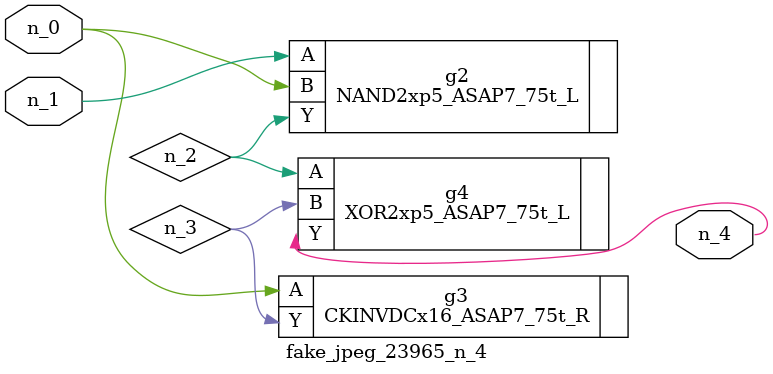
<source format=v>
module fake_jpeg_23965_n_4 (n_0, n_1, n_4);

input n_0;
input n_1;

output n_4;

wire n_2;
wire n_3;

NAND2xp5_ASAP7_75t_L g2 ( 
.A(n_1),
.B(n_0),
.Y(n_2)
);

CKINVDCx16_ASAP7_75t_R g3 ( 
.A(n_0),
.Y(n_3)
);

XOR2xp5_ASAP7_75t_L g4 ( 
.A(n_2),
.B(n_3),
.Y(n_4)
);


endmodule
</source>
